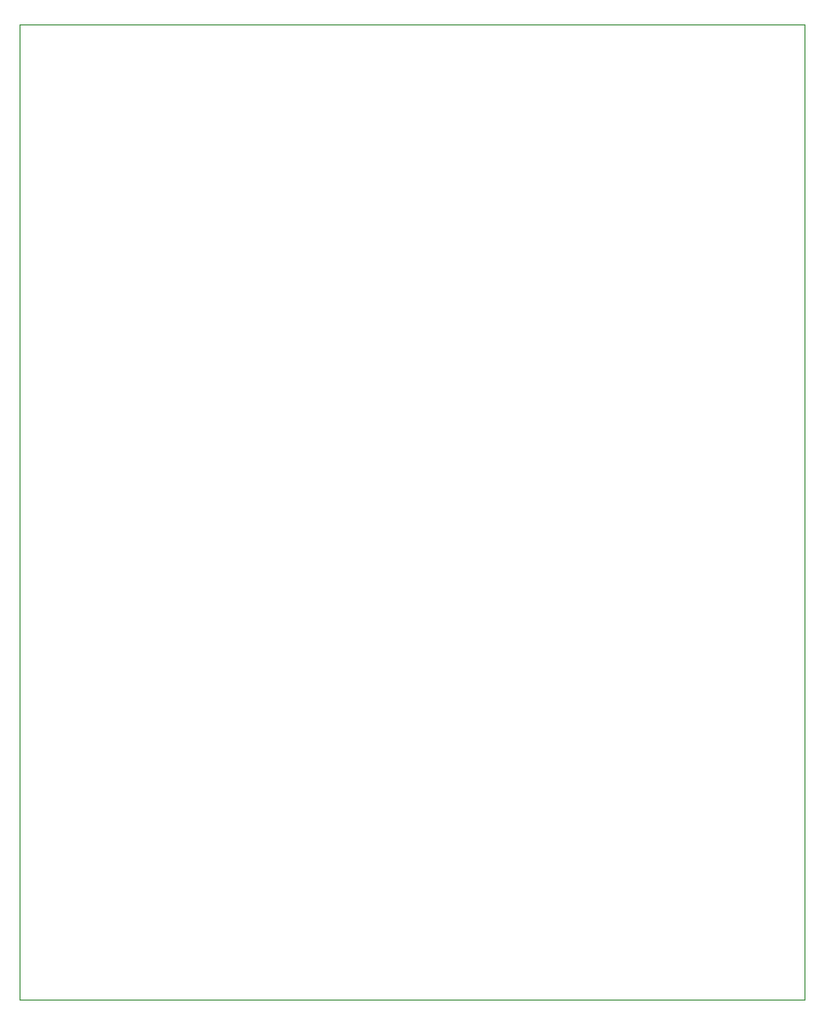
<source format=gbr>
%TF.GenerationSoftware,KiCad,Pcbnew,9.0.2*%
%TF.CreationDate,2025-07-16T22:08:15-05:00*%
%TF.ProjectId,PCB,5043422e-6b69-4636-9164-5f7063625858,rev?*%
%TF.SameCoordinates,Original*%
%TF.FileFunction,Profile,NP*%
%FSLAX46Y46*%
G04 Gerber Fmt 4.6, Leading zero omitted, Abs format (unit mm)*
G04 Created by KiCad (PCBNEW 9.0.2) date 2025-07-16 22:08:15*
%MOMM*%
%LPD*%
G01*
G04 APERTURE LIST*
%TA.AperFunction,Profile*%
%ADD10C,0.050000*%
%TD*%
G04 APERTURE END LIST*
D10*
X121000000Y-50500000D02*
X189000000Y-50500000D01*
X189000000Y-135000000D01*
X121000000Y-135000000D01*
X121000000Y-50500000D01*
M02*

</source>
